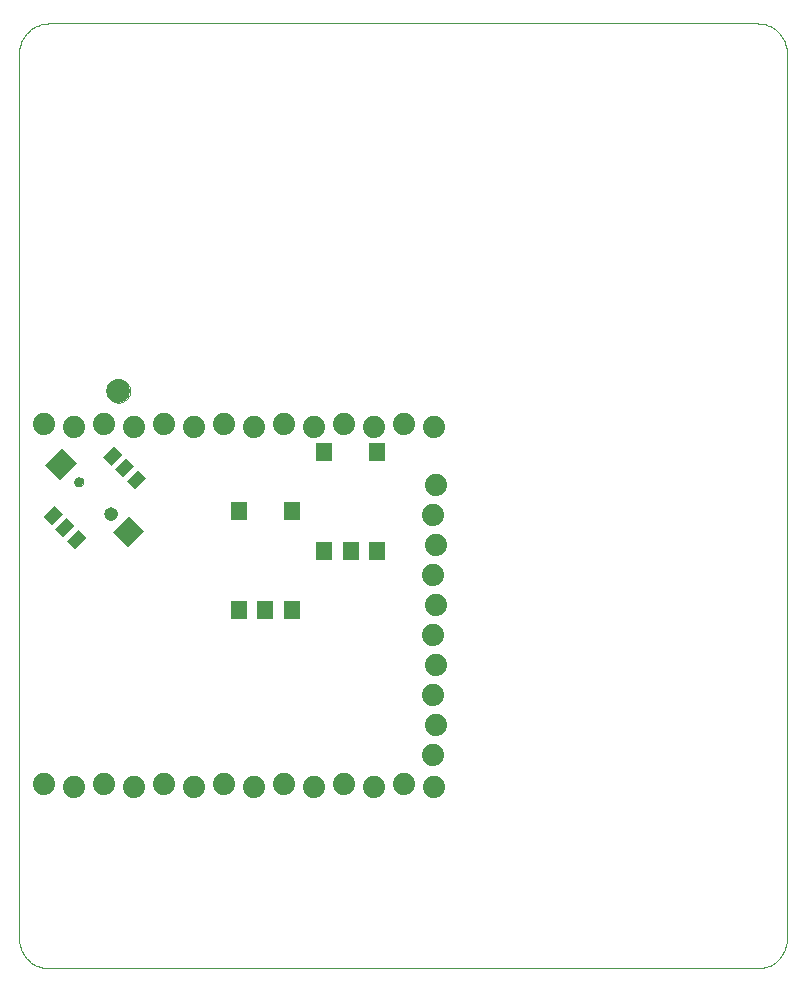
<source format=gbs>
G75*
%MOIN*%
%OFA0B0*%
%FSLAX24Y24*%
%IPPOS*%
%LPD*%
%AMOC8*
5,1,8,0,0,1.08239X$1,22.5*
%
%ADD10C,0.0000*%
%ADD11C,0.0787*%
%ADD12R,0.0531X0.0394*%
%ADD13R,0.0787X0.0709*%
%ADD14C,0.0413*%
%ADD15C,0.0295*%
%ADD16R,0.0551X0.0630*%
%ADD17C,0.0740*%
D10*
X000960Y001444D02*
X000960Y030972D01*
X000962Y031034D01*
X000968Y031095D01*
X000977Y031156D01*
X000991Y031217D01*
X001008Y031276D01*
X001029Y031334D01*
X001054Y031391D01*
X001082Y031446D01*
X001113Y031499D01*
X001148Y031550D01*
X001186Y031599D01*
X001227Y031646D01*
X001270Y031689D01*
X001317Y031730D01*
X001366Y031768D01*
X001417Y031803D01*
X001470Y031834D01*
X001525Y031862D01*
X001582Y031887D01*
X001640Y031908D01*
X001699Y031925D01*
X001760Y031939D01*
X001821Y031948D01*
X001882Y031954D01*
X001944Y031956D01*
X025567Y031956D01*
X025629Y031954D01*
X025690Y031948D01*
X025751Y031939D01*
X025812Y031925D01*
X025871Y031908D01*
X025929Y031887D01*
X025986Y031862D01*
X026041Y031834D01*
X026094Y031803D01*
X026145Y031768D01*
X026194Y031730D01*
X026241Y031689D01*
X026284Y031646D01*
X026325Y031599D01*
X026363Y031550D01*
X026398Y031499D01*
X026429Y031446D01*
X026457Y031391D01*
X026482Y031334D01*
X026503Y031276D01*
X026520Y031217D01*
X026534Y031156D01*
X026543Y031095D01*
X026549Y031034D01*
X026551Y030972D01*
X026551Y001444D01*
X026549Y001382D01*
X026543Y001321D01*
X026534Y001260D01*
X026520Y001199D01*
X026503Y001140D01*
X026482Y001082D01*
X026457Y001025D01*
X026429Y000970D01*
X026398Y000917D01*
X026363Y000866D01*
X026325Y000817D01*
X026284Y000770D01*
X026241Y000727D01*
X026194Y000686D01*
X026145Y000648D01*
X026094Y000613D01*
X026041Y000582D01*
X025986Y000554D01*
X025929Y000529D01*
X025871Y000508D01*
X025812Y000491D01*
X025751Y000477D01*
X025690Y000468D01*
X025629Y000462D01*
X025567Y000460D01*
X001944Y000460D01*
X001882Y000462D01*
X001821Y000468D01*
X001760Y000477D01*
X001699Y000491D01*
X001640Y000508D01*
X001582Y000529D01*
X001525Y000554D01*
X001470Y000582D01*
X001417Y000613D01*
X001366Y000648D01*
X001317Y000686D01*
X001270Y000727D01*
X001227Y000770D01*
X001186Y000817D01*
X001148Y000866D01*
X001113Y000917D01*
X001082Y000970D01*
X001054Y001025D01*
X001029Y001082D01*
X001008Y001140D01*
X000991Y001199D01*
X000977Y001260D01*
X000968Y001321D01*
X000962Y001382D01*
X000960Y001444D01*
X003799Y015619D02*
X003801Y015647D01*
X003807Y015675D01*
X003816Y015701D01*
X003829Y015727D01*
X003845Y015750D01*
X003865Y015770D01*
X003887Y015788D01*
X003911Y015803D01*
X003937Y015814D01*
X003964Y015822D01*
X003992Y015826D01*
X004020Y015826D01*
X004048Y015822D01*
X004075Y015814D01*
X004101Y015803D01*
X004125Y015788D01*
X004147Y015770D01*
X004167Y015750D01*
X004183Y015727D01*
X004196Y015701D01*
X004205Y015675D01*
X004211Y015647D01*
X004213Y015619D01*
X004211Y015591D01*
X004205Y015563D01*
X004196Y015537D01*
X004183Y015511D01*
X004167Y015488D01*
X004147Y015468D01*
X004125Y015450D01*
X004101Y015435D01*
X004075Y015424D01*
X004048Y015416D01*
X004020Y015412D01*
X003992Y015412D01*
X003964Y015416D01*
X003937Y015424D01*
X003911Y015435D01*
X003887Y015450D01*
X003865Y015468D01*
X003845Y015488D01*
X003829Y015511D01*
X003816Y015537D01*
X003807Y015563D01*
X003801Y015591D01*
X003799Y015619D01*
X002800Y016677D02*
X002802Y016701D01*
X002808Y016724D01*
X002817Y016746D01*
X002830Y016766D01*
X002845Y016784D01*
X002864Y016799D01*
X002885Y016811D01*
X002907Y016819D01*
X002930Y016824D01*
X002954Y016825D01*
X002978Y016822D01*
X003000Y016815D01*
X003022Y016805D01*
X003042Y016792D01*
X003059Y016775D01*
X003073Y016756D01*
X003084Y016735D01*
X003092Y016712D01*
X003096Y016689D01*
X003096Y016665D01*
X003092Y016642D01*
X003084Y016619D01*
X003073Y016598D01*
X003059Y016579D01*
X003042Y016562D01*
X003022Y016549D01*
X003000Y016539D01*
X002978Y016532D01*
X002954Y016529D01*
X002930Y016530D01*
X002907Y016535D01*
X002885Y016543D01*
X002864Y016555D01*
X002845Y016570D01*
X002830Y016588D01*
X002817Y016608D01*
X002808Y016630D01*
X002802Y016653D01*
X002800Y016677D01*
X003873Y019712D02*
X003875Y019751D01*
X003881Y019790D01*
X003891Y019828D01*
X003904Y019865D01*
X003921Y019900D01*
X003941Y019934D01*
X003965Y019965D01*
X003992Y019994D01*
X004021Y020020D01*
X004053Y020043D01*
X004087Y020063D01*
X004123Y020079D01*
X004160Y020091D01*
X004199Y020100D01*
X004238Y020105D01*
X004277Y020106D01*
X004316Y020103D01*
X004355Y020096D01*
X004392Y020085D01*
X004429Y020071D01*
X004464Y020053D01*
X004497Y020032D01*
X004528Y020007D01*
X004556Y019980D01*
X004581Y019950D01*
X004603Y019917D01*
X004622Y019883D01*
X004637Y019847D01*
X004649Y019809D01*
X004657Y019771D01*
X004661Y019732D01*
X004661Y019692D01*
X004657Y019653D01*
X004649Y019615D01*
X004637Y019577D01*
X004622Y019541D01*
X004603Y019507D01*
X004581Y019474D01*
X004556Y019444D01*
X004528Y019417D01*
X004497Y019392D01*
X004464Y019371D01*
X004429Y019353D01*
X004392Y019339D01*
X004355Y019328D01*
X004316Y019321D01*
X004277Y019318D01*
X004238Y019319D01*
X004199Y019324D01*
X004160Y019333D01*
X004123Y019345D01*
X004087Y019361D01*
X004053Y019381D01*
X004021Y019404D01*
X003992Y019430D01*
X003965Y019459D01*
X003941Y019490D01*
X003921Y019524D01*
X003904Y019559D01*
X003891Y019596D01*
X003881Y019634D01*
X003875Y019673D01*
X003873Y019712D01*
D11*
X004267Y019712D03*
D12*
G36*
X003750Y017492D02*
X004124Y017866D01*
X004402Y017588D01*
X004028Y017214D01*
X003750Y017492D01*
G37*
G36*
X004147Y017095D02*
X004521Y017469D01*
X004799Y017191D01*
X004425Y016817D01*
X004147Y017095D01*
G37*
G36*
X004543Y016699D02*
X004917Y017073D01*
X005195Y016795D01*
X004821Y016421D01*
X004543Y016699D01*
G37*
G36*
X002553Y014708D02*
X002927Y015082D01*
X003205Y014804D01*
X002831Y014430D01*
X002553Y014708D01*
G37*
G36*
X002156Y015105D02*
X002530Y015479D01*
X002808Y015201D01*
X002434Y014827D01*
X002156Y015105D01*
G37*
G36*
X001759Y015502D02*
X002133Y015876D01*
X002411Y015598D01*
X002037Y015224D01*
X001759Y015502D01*
G37*
D13*
G36*
X001822Y017249D02*
X002377Y017804D01*
X002878Y017303D01*
X002323Y016748D01*
X001822Y017249D01*
G37*
G36*
X004077Y014994D02*
X004632Y015549D01*
X005133Y015048D01*
X004578Y014493D01*
X004077Y014994D01*
G37*
D14*
X004006Y015619D03*
D15*
X002948Y016677D03*
D16*
X008274Y015714D03*
X010046Y015714D03*
X011124Y014356D03*
X012010Y014356D03*
X012896Y014356D03*
X012896Y017664D03*
X011124Y017664D03*
X010046Y012406D03*
X009160Y012406D03*
X008274Y012406D03*
D17*
X007779Y006612D03*
X008779Y006512D03*
X009779Y006612D03*
X010779Y006512D03*
X011779Y006612D03*
X012779Y006512D03*
X013779Y006612D03*
X014779Y006512D03*
X014769Y007562D03*
X014869Y008562D03*
X014769Y009562D03*
X014869Y010562D03*
X014769Y011562D03*
X014869Y012562D03*
X014769Y013562D03*
X014869Y014562D03*
X014769Y015562D03*
X014869Y016562D03*
X014787Y018520D03*
X013787Y018620D03*
X012787Y018520D03*
X011787Y018620D03*
X010787Y018520D03*
X009787Y018620D03*
X008787Y018520D03*
X007787Y018620D03*
X006787Y018520D03*
X005787Y018620D03*
X004787Y018520D03*
X003787Y018620D03*
X002787Y018520D03*
X001787Y018620D03*
X001779Y006612D03*
X002779Y006512D03*
X003779Y006612D03*
X004779Y006512D03*
X005779Y006612D03*
X006779Y006512D03*
M02*

</source>
